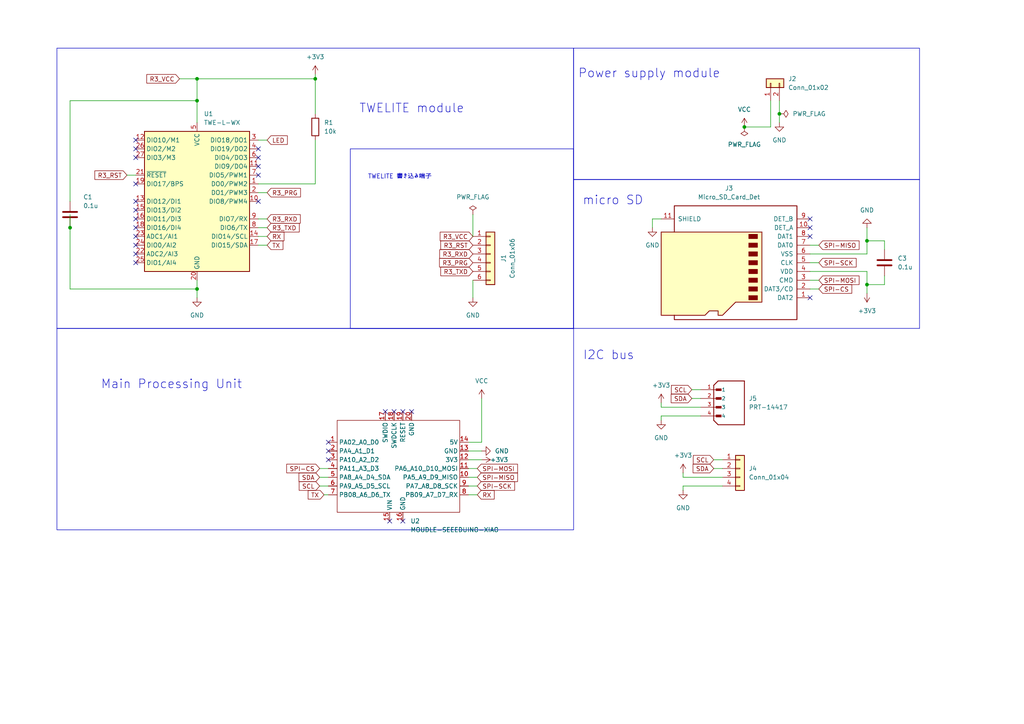
<source format=kicad_sch>
(kicad_sch (version 20231120) (generator "eeschema") (generator_version "8.0")
  (paper "A4")
  (title_block (title "MainBoard") (date "2024-05-04") (rev "Rev1") (company "Meister") (comment 1 "made by elnath & xsuz"))
  (lib_symbols
    (symbol "+3V3_1" (power) (pin_numbers hide) (pin_names (offset 0) hide)
      (property "Value" "+3V3" (at 0 3.556 0))
      (symbol "+3V3_1_0_1"
        (polyline (pts (xy -0.762 1.27) (xy 0 2.54)))
        (polyline (pts (xy 0 0) (xy 0 2.54)))
        (polyline (pts (xy 0 2.54) (xy 0.762 1.27)))
      )
      (symbol "+3V3_1_1_1"
        (pin power_in line (at 0 0 90) (length 0) (name "~") (number "1"))
      )
    )
    (symbol "Connector:Micro_SD_Card_Det" (pin_names (offset 1.016))
      (property "Reference" "J" (at -16.51 17.78 0))
      (property "Value" "Micro_SD_Card_Det" (at 16.51 17.78 0))
      (symbol "Micro_SD_Card_Det_0_1"
        (rectangle (start -7.62 -6.985) (end -5.08 -8.255) (fill (type outline)))
        (rectangle (start -7.62 -4.445) (end -5.08 -5.715) (fill (type outline)))
        (rectangle (start -7.62 -1.905) (end -5.08 -3.175) (fill (type outline)))
        (rectangle (start -7.62 0.635) (end -5.08 -0.635) (fill (type outline)))
        (rectangle (start -7.62 3.175) (end -5.08 1.905) (fill (type outline)))
        (rectangle (start -7.62 5.715) (end -5.08 4.445) (fill (type outline)))
        (rectangle (start -7.62 8.255) (end -5.08 6.985) (fill (type outline)))
        (rectangle (start -7.62 10.795) (end -5.08 9.525) (fill (type outline)))
        (polyline (pts (xy 16.51 15.24) (xy 16.51 16.51) (xy -19.05 16.51) (xy -19.05 -16.51) (xy 16.51 -16.51) (xy 16.51 -8.89)) (stroke (width 0.254)))
        (polyline (pts (xy -8.89 -8.89) (xy -8.89 11.43) (xy -1.27 11.43) (xy 2.54 15.24) (xy 3.81 15.24) (xy 3.81 13.97) (xy 6.35 13.97) (xy 7.62 15.24) (xy 20.32 15.24) (xy 20.32 -8.89) (xy -8.89 -8.89)) (stroke (width 0.254)) (fill (type background)))
      )
      (symbol "Micro_SD_Card_Det_1_1"
        (pin bidirectional line (at -22.86 10.16 0) (length 3.81) (name "DAT2") (number "1"))
        (pin passive line (at -22.86 -10.16 0) (length 3.81) (name "DET_A") (number "10"))
        (pin passive line (at 20.32 -12.7 180) (length 3.81) (name "SHIELD") (number "11"))
        (pin bidirectional line (at -22.86 7.62 0) (length 3.81) (name "DAT3/CD") (number "2"))
        (pin input line (at -22.86 5.08 0) (length 3.81) (name "CMD") (number "3"))
        (pin power_in line (at -22.86 2.54 0) (length 3.81) (name "VDD") (number "4"))
        (pin input line (at -22.86 0 0) (length 3.81) (name "CLK") (number "5"))
        (pin power_in line (at -22.86 -2.54 0) (length 3.81) (name "VSS") (number "6"))
        (pin bidirectional line (at -22.86 -5.08 0) (length 3.81) (name "DAT0") (number "7"))
        (pin bidirectional line (at -22.86 -7.62 0) (length 3.81) (name "DAT1") (number "8"))
        (pin passive line (at -22.86 -12.7 0) (length 3.81) (name "DET_B") (number "9"))
      )
    )
    (symbol "Connector_Generic:Conn_01x02" (pin_names (offset 1.016) hide)
      (property "Reference" "J" (at 0 2.54 0))
      (property "Value" "Conn_01x02" (at 0 -5.08 0))
      (symbol "Conn_01x02_1_1"
        (rectangle (start -1.27 -2.413) (end 0 -2.667) (stroke (width 0.1524)))
        (rectangle (start -1.27 0.127) (end 0 -0.127) (stroke (width 0.1524)))
        (rectangle (start -1.27 1.27) (end 1.27 -3.81) (stroke (width 0.254)) (fill (type background)))
        (pin passive line (at -5.08 0 0) (length 3.81) (name "Pin_1") (number "1"))
        (pin passive line (at -5.08 -2.54 0) (length 3.81) (name "Pin_2") (number "2"))
      )
    )
    (symbol "Connector_Generic:Conn_01x04" (pin_names (offset 1.016) hide)
      (property "Reference" "J" (at 0 5.08 0))
      (property "Value" "Conn_01x04" (at 0 -7.62 0))
      (symbol "Conn_01x04_1_1"
        (rectangle (start -1.27 -4.953) (end 0 -5.207) (stroke (width 0.1524)))
        (rectangle (start -1.27 -2.413) (end 0 -2.667) (stroke (width 0.1524)))
        (rectangle (start -1.27 0.127) (end 0 -0.127) (stroke (width 0.1524)))
        (rectangle (start -1.27 2.667) (end 0 2.413) (stroke (width 0.1524)))
        (rectangle (start -1.27 3.81) (end 1.27 -6.35) (stroke (width 0.254)) (fill (type background)))
        (pin passive line (at -5.08 2.54 0) (length 3.81) (name "Pin_1") (number "1"))
        (pin passive line (at -5.08 0 0) (length 3.81) (name "Pin_2") (number "2"))
        (pin passive line (at -5.08 -2.54 0) (length 3.81) (name "Pin_3") (number "3"))
        (pin passive line (at -5.08 -5.08 0) (length 3.81) (name "Pin_4") (number "4"))
      )
    )
    (symbol "Connector_Generic:Conn_01x06" (pin_names (offset 1.016) hide)
      (property "Reference" "J" (at 0 7.62 0))
      (property "Value" "Conn_01x06" (at 0 -10.16 0))
      (symbol "Conn_01x06_1_1"
        (rectangle (start -1.27 -7.493) (end 0 -7.747) (stroke (width 0.1524)))
        (rectangle (start -1.27 -4.953) (end 0 -5.207) (stroke (width 0.1524)))
        (rectangle (start -1.27 -2.413) (end 0 -2.667) (stroke (width 0.1524)))
        (rectangle (start -1.27 0.127) (end 0 -0.127) (stroke (width 0.1524)))
        (rectangle (start -1.27 2.667) (end 0 2.413) (stroke (width 0.1524)))
        (rectangle (start -1.27 5.207) (end 0 4.953) (stroke (width 0.1524)))
        (rectangle (start -1.27 6.35) (end 1.27 -8.89) (stroke (width 0.254)) (fill (type background)))
        (pin passive line (at -5.08 5.08 0) (length 3.81) (name "Pin_1") (number "1"))
        (pin passive line (at -5.08 2.54 0) (length 3.81) (name "Pin_2") (number "2"))
        (pin passive line (at -5.08 0 0) (length 3.81) (name "Pin_3") (number "3"))
        (pin passive line (at -5.08 -2.54 0) (length 3.81) (name "Pin_4") (number "4"))
        (pin passive line (at -5.08 -5.08 0) (length 3.81) (name "Pin_5") (number "5"))
        (pin passive line (at -5.08 -7.62 0) (length 3.81) (name "Pin_6") (number "6"))
      )
    )
    (symbol "Device:C" (pin_numbers hide) (pin_names (offset 0.254))
      (property "Reference" "C" (at 0.635 2.54 0))
      (property "Value" "C" (at 0.635 -2.54 0))
      (symbol "C_0_1"
        (polyline (pts (xy -2.032 -0.762) (xy 2.032 -0.762)) (stroke (width 0.508)))
        (polyline (pts (xy -2.032 0.762) (xy 2.032 0.762)) (stroke (width 0.508)))
      )
      (symbol "C_1_1"
        (pin passive line (at 0 3.81 270) (length 2.794) (name "~") (number "1"))
        (pin passive line (at 0 -3.81 90) (length 2.794) (name "~") (number "2"))
      )
    )
    (symbol "Device:R" (pin_numbers hide) (pin_names (offset 0))
      (property "Reference" "R" (at 2.032 0 90))
      (property "Value" "R" (at 0 0 90))
      (symbol "R_0_1"
        (rectangle (start -1.016 -2.54) (end 1.016 2.54) (stroke (width 0.254)))
      )
      (symbol "R_1_1"
        (pin passive line (at 0 3.81 270) (length 1.27) (name "~") (number "1"))
        (pin passive line (at 0 -3.81 90) (length 1.27) (name "~") (number "2"))
      )
    )
    (symbol "GND_1" (power) (pin_numbers hide) (pin_names (offset 0) hide)
      (property "Value" "GND" (at 0 -3.81 0))
      (symbol "GND_1_0_1"
        (polyline (pts (xy 0 0) (xy 0 -1.27) (xy 1.27 -1.27) (xy 0 -2.54) (xy -1.27 -1.27) (xy 0 -1.27)))
      )
      (symbol "GND_1_1_1"
        (pin power_in line (at 0 0 270) (length 0) (name "~") (number "1"))
      )
    )
    (symbol "Meister:MOUDLE-SEEEDUINO-XIAO"
      (property "Reference" "U" (at -16.51 11.43 0))
      (property "Value" "MOUDLE-SEEEDUINO-XIAO" (at -31.75 11.43 0))
      (symbol "MOUDLE-SEEEDUINO-XIAO_0_1"
        (rectangle (start -16.51 13.97) (end 19.05 -12.7))
      )
      (symbol "MOUDLE-SEEEDUINO-XIAO_1_1"
        (pin passive line (at -19.05 7.62 0) (length 2.54) (name "PA02_A0_D0") (number "1"))
        (pin passive line (at 21.59 -2.54 180) (length 2.54) (name "PA5_A9_D9_MISO") (number "10"))
        (pin passive line (at 21.59 0 180) (length 2.54) (name "PA6_A10_D10_MOSI") (number "11"))
        (pin passive line (at 21.59 2.54 180) (length 2.54) (name "3V3") (number "12"))
        (pin passive line (at 21.59 5.08 180) (length 2.54) (name "GND") (number "13"))
        (pin passive line (at 21.59 7.62 180) (length 2.54) (name "5V") (number "14"))
        (pin passive line (at -1.27 -15.24 90) (length 2.54) (name "VIN") (number "15"))
        (pin passive line (at 2.54 -15.24 90) (length 2.54) (name "GND") (number "16"))
        (pin passive line (at -2.54 16.51 270) (length 2.54) (name "SWDIO") (number "17"))
        (pin passive line (at 0 16.51 270) (length 2.54) (name "SWDCLK") (number "18"))
        (pin passive line (at 2.54 16.51 270) (length 2.54) (name "RESET") (number "19"))
        (pin passive line (at -19.05 5.08 0) (length 2.54) (name "PA4_A1_D1") (number "2"))
        (pin passive line (at 5.08 16.51 270) (length 2.54) (name "GND") (number "20"))
        (pin passive line (at -19.05 2.54 0) (length 2.54) (name "PA10_A2_D2") (number "3"))
        (pin passive line (at -19.05 0 0) (length 2.54) (name "PA11_A3_D3") (number "4"))
        (pin passive line (at -19.05 -2.54 0) (length 2.54) (name "PA8_A4_D4_SDA") (number "5"))
        (pin passive line (at -19.05 -5.08 0) (length 2.54) (name "PA9_A5_D5_SCL") (number "6"))
        (pin passive line (at -19.05 -7.62 0) (length 2.54) (name "PB08_A6_D6_TX") (number "7"))
        (pin passive line (at 21.59 -7.62 180) (length 2.54) (name "PB09_A7_D7_RX") (number "8"))
        (pin passive line (at 21.59 -5.08 180) (length 2.54) (name "PA7_A8_D8_SCK") (number "9"))
      )
    )
    (symbol "Meister:PRT-14417" (pin_names (offset 1.016))
      (property "Reference" "J" (at -2.54 8.382 0))
      (property "Value" "PRT-14417" (at -2.54 -7.62 0))
      (symbol "PRT-14417_0_0"
        (rectangle (start -3.175 -2.8575) (end -1.5875 -2.2225) (stroke (width 0.1)) (fill (type outline)))
        (rectangle (start -3.175 -0.3175) (end -1.5875 0.3175) (stroke (width 0.1)) (fill (type outline)))
        (rectangle (start -3.175 2.2225) (end -1.5875 2.8575) (stroke (width 0.1)) (fill (type outline)))
        (rectangle (start -3.175 4.7625) (end -1.5875 5.3975) (stroke (width 0.1)) (fill (type outline)))
        (polyline (pts (xy -3.81 -3.81) (xy -2.54 -5.08)) (stroke (width 0.254)))
        (polyline (pts (xy -3.81 6.35) (xy -3.81 -3.81)) (stroke (width 0.254)))
        (polyline (pts (xy -3.81 6.35) (xy -2.54 7.62)) (stroke (width 0.254)))
        (polyline (pts (xy -2.54 -5.08) (xy 5.08 -5.08)) (stroke (width 0.254)))
        (polyline (pts (xy 5.08 -5.08) (xy 5.08 7.62)) (stroke (width 0.254)))
        (polyline (pts (xy 5.08 7.62) (xy -2.54 7.62)) (stroke (width 0.254)))
        (pin passive line (at -7.62 5.08 0) (length 5.08) (name "1") (number "1"))
        (pin passive line (at -7.62 2.54 0) (length 5.08) (name "2") (number "2"))
        (pin passive line (at -7.62 0 0) (length 5.08) (name "3") (number "3"))
        (pin passive line (at -7.62 -2.54 0) (length 5.08) (name "4") (number "4"))
      )
    )
    (symbol "RF_ZigBee:TWE-L-WX"
      (property "Reference" "U" (at -11.43 21.59 0))
      (property "Value" "TWE-L-WX" (at 7.62 21.59 0))
      (symbol "TWE-L-WX_1_0"
        (rectangle (start -15.24 -20.32) (end 15.24 20.32) (stroke (width 0.254)) (fill (type background)))
      )
      (symbol "TWE-L-WX_1_1"
        (pin output line (at 17.78 5.08 180) (length 2.54) (name "DO0/PWM2") (number "1"))
        (pin bidirectional line (at 17.78 0 180) (length 2.54) (name "DIO8/PWM4") (number "10"))
        (pin bidirectional line (at 17.78 10.16 180) (length 2.54) (name "DIO9/DO4") (number "11"))
        (pin bidirectional line (at -17.78 17.78 0) (length 2.54) (name "DIO10/M1") (number "12"))
        (pin bidirectional line (at -17.78 0 0) (length 2.54) (name "DIO12/DI1") (number "13"))
        (pin bidirectional line (at 17.78 -10.16 180) (length 2.54) (name "DIO14/SCL") (number "14"))
        (pin bidirectional line (at -17.78 -2.54 0) (length 2.54) (name "DIO13/DI2") (number "15"))
        (pin bidirectional line (at -17.78 -5.08 0) (length 2.54) (name "DIO11/DI3") (number "16"))
        (pin bidirectional line (at 17.78 -12.7 180) (length 2.54) (name "DIO15/SDA") (number "17"))
        (pin bidirectional line (at -17.78 -7.62 0) (length 2.54) (name "DIO16/DI4") (number "18"))
        (pin bidirectional line (at -17.78 5.08 0) (length 2.54) (name "DIO17/BPS") (number "19"))
        (pin bidirectional line (at 17.78 2.54 180) (length 2.54) (name "DO1/PWM3") (number "2"))
        (pin power_in line (at 0 -22.86 90) (length 2.54) (name "GND") (number "20"))
        (pin input line (at -17.78 7.62 0) (length 2.54) (name "~{RESET}") (number "21"))
        (pin input line (at -17.78 -15.24 0) (length 2.54) (name "ADC2/AI3") (number "22"))
        (pin input line (at -17.78 -10.16 0) (length 2.54) (name "ADC1/AI1") (number "23"))
        (pin bidirectional line (at -17.78 -12.7 0) (length 2.54) (name "DIO0/AI2") (number "24"))
        (pin bidirectional line (at -17.78 -17.78 0) (length 2.54) (name "DIO1/AI4") (number "25"))
        (pin bidirectional line (at -17.78 15.24 0) (length 2.54) (name "DIO2/M2") (number "26"))
        (pin bidirectional line (at -17.78 12.7 0) (length 2.54) (name "DIO3/M3") (number "27"))
        (pin passive line (at 0 -22.86 90) (length 2.54) hide (name "GND") (number "28"))
        (pin no_connect line (at 15.24 -17.78 180) (length 2.54) hide (name "NC") (number "29"))
        (pin bidirectional line (at 17.78 17.78 180) (length 2.54) (name "DIO18/DO1") (number "3"))
        (pin passive line (at 0 -22.86 90) (length 2.54) hide (name "GND") (number "30"))
        (pin passive line (at 0 -22.86 90) (length 2.54) hide (name "GND") (number "31"))
        (pin passive line (at 0 -22.86 90) (length 2.54) hide (name "GND") (number "32"))
        (pin bidirectional line (at 17.78 15.24 180) (length 2.54) (name "DIO19/DO2") (number "4"))
        (pin power_in line (at 0 22.86 270) (length 2.54) (name "VCC") (number "5"))
        (pin bidirectional line (at 17.78 12.7 180) (length 2.54) (name "DIO4/DO3") (number "6"))
        (pin bidirectional line (at 17.78 7.62 180) (length 2.54) (name "DIO5/PWM1") (number "7"))
        (pin bidirectional line (at 17.78 -7.62 180) (length 2.54) (name "DIO6/TX") (number "8"))
        (pin bidirectional line (at 17.78 -5.08 180) (length 2.54) (name "DIO7/RX") (number "9"))
      )
    )
    (symbol "power:+3.3V" (power) (pin_names (offset 0))
      (property "Value" "+3.3V" (at 0 3.556 0))
      (symbol "+3.3V_0_1"
        (polyline (pts (xy -0.762 1.27) (xy 0 2.54)))
        (polyline (pts (xy 0 0) (xy 0 2.54)))
        (polyline (pts (xy 0 2.54) (xy 0.762 1.27)))
      )
      (symbol "+3.3V_1_1"
        (pin power_in line (at 0 0 90) (length 0) hide (name "+3V3") (number "1"))
      )
    )
    (symbol "power:+3V3" (power) (pin_names (offset 0))
      (property "Value" "+3V3" (at 0 3.556 0))
      (symbol "+3V3_0_1"
        (polyline (pts (xy -0.762 1.27) (xy 0 2.54)))
        (polyline (pts (xy 0 0) (xy 0 2.54)))
        (polyline (pts (xy 0 2.54) (xy 0.762 1.27)))
      )
      (symbol "+3V3_1_1"
        (pin power_in line (at 0 0 90) (length 0) hide (name "+3V3") (number "1"))
      )
    )
    (symbol "power:GND" (power) (pin_names (offset 0))
      (property "Value" "GND" (at 0 -3.81 0))
      (symbol "GND_0_1"
        (polyline (pts (xy 0 0) (xy 0 -1.27) (xy 1.27 -1.27) (xy 0 -2.54) (xy -1.27 -1.27) (xy 0 -1.27)))
      )
      (symbol "GND_1_1"
        (pin power_in line (at 0 0 270) (length 0) hide (name "GND") (number "1"))
      )
    )
    (symbol "power:PWR_FLAG" (power) (pin_numbers hide) (pin_names (offset 0) hide)
      (property "Value" "PWR_FLAG" (at 0 3.81 0))
      (symbol "PWR_FLAG_0_0"
        (pin power_out line (at 0 0 90) (length 0) (name "pwr") (number "1"))
      )
      (symbol "PWR_FLAG_0_1"
        (polyline (pts (xy 0 0) (xy 0 1.27) (xy -1.016 1.905) (xy 0 2.54) (xy 1.016 1.905) (xy 0 1.27)))
      )
    )
    (symbol "power:VCC" (power) (pin_names (offset 0))
      (property "Value" "VCC" (at 0 3.81 0))
      (symbol "VCC_0_1"
        (polyline (pts (xy -0.762 1.27) (xy 0 2.54)))
        (polyline (pts (xy 0 0) (xy 0 2.54)))
        (polyline (pts (xy 0 2.54) (xy 0.762 1.27)))
      )
      (symbol "VCC_1_1"
        (pin power_in line (at 0 0 90) (length 0) hide (name "VCC") (number "1"))
      )
    )
  )
  (junction (at 215.9 36.83))
  (junction (at 91.44 22.86))
  (junction (at 57.15 29.21))
  (junction (at 251.46 82.55))
  (junction (at 57.15 22.86))
  (junction (at 20.32 66.04))
  (junction (at 251.46 69.85))
  (junction (at 226.06 33.02))
  (junction (at 57.15 83.82))
  (no_connect (at 39.37 68.58))
  (no_connect (at 116.84 119.38))
  (no_connect (at 39.37 43.18))
  (no_connect (at 95.25 128.27))
  (no_connect (at 234.95 68.58))
  (no_connect (at 74.93 45.72))
  (no_connect (at 74.93 43.18))
  (no_connect (at 74.93 58.42))
  (no_connect (at 113.03 151.13))
  (no_connect (at 119.38 119.38))
  (no_connect (at 39.37 40.64))
  (no_connect (at 114.3 119.38))
  (no_connect (at 234.95 86.36))
  (no_connect (at 39.37 76.2))
  (no_connect (at 95.25 133.35))
  (no_connect (at 39.37 58.42))
  (no_connect (at 39.37 53.34))
  (no_connect (at 95.25 130.81))
  (no_connect (at 39.37 45.72))
  (no_connect (at 39.37 71.12))
  (no_connect (at 39.37 60.96))
  (no_connect (at 116.84 151.13))
  (no_connect (at 234.95 63.5))
  (no_connect (at 74.93 48.26))
  (no_connect (at 39.37 63.5))
  (no_connect (at 234.95 66.04))
  (no_connect (at 39.37 73.66))
  (no_connect (at 74.93 50.8))
  (no_connect (at 111.76 119.38))
  (no_connect (at 39.37 66.04))
  (wire (pts (xy 57.15 86.36) (xy 57.15 83.82)))
  (wire (pts (xy 74.93 63.5) (xy 77.47 63.5)))
  (wire (pts (xy 198.12 140.97) (xy 209.55 140.97)))
  (wire (pts (xy 207.01 133.35) (xy 209.55 133.35)))
  (wire (pts (xy 198.12 138.43) (xy 209.55 138.43)))
  (wire (pts (xy 139.7 130.81) (xy 135.89 130.81)))
  (wire (pts (xy 251.46 82.55) (xy 251.46 78.74)))
  (wire (pts (xy 135.89 135.89) (xy 138.43 135.89)))
  (wire (pts (xy 251.46 66.04) (xy 251.46 69.85)))
  (wire (pts (xy 74.93 71.12) (xy 77.47 71.12)))
  (wire (pts (xy 36.83 50.8) (xy 39.37 50.8)))
  (wire (pts (xy 20.32 83.82) (xy 57.15 83.82)))
  (wire (pts (xy 234.95 73.66) (xy 251.46 73.66)))
  (wire (pts (xy 256.54 69.85) (xy 251.46 69.85)))
  (wire (pts (xy 189.23 66.04) (xy 189.23 63.5)))
  (wire (pts (xy 20.32 62.23) (xy 20.32 66.04)))
  (wire (pts (xy 251.46 82.55) (xy 256.54 82.55)))
  (wire (pts (xy 256.54 69.85) (xy 256.54 72.39)))
  (wire (pts (xy 74.93 40.64) (xy 77.47 40.64)))
  (wire (pts (xy 234.95 83.82) (xy 237.49 83.82)))
  (wire (pts (xy 191.77 120.65) (xy 203.2 120.65)))
  (wire (pts (xy 92.71 138.43) (xy 95.25 138.43)))
  (wire (pts (xy 189.23 63.5) (xy 191.77 63.5)))
  (wire (pts (xy 74.93 66.04) (xy 77.47 66.04)))
  (wire (pts (xy 200.66 113.03) (xy 203.2 113.03)))
  (wire (pts (xy 234.95 71.12) (xy 237.49 71.12)))
  (wire (pts (xy 57.15 22.86) (xy 91.44 22.86)))
  (wire (pts (xy 251.46 85.09) (xy 251.46 82.55)))
  (wire (pts (xy 91.44 21.59) (xy 91.44 22.86)))
  (polyline (pts (xy 166.37 52.07) (xy 166.37 95.25)))
  (wire (pts (xy 223.52 29.21) (xy 223.52 36.83)))
  (wire (pts (xy 226.06 29.21) (xy 226.06 33.02)))
  (wire (pts (xy 223.52 36.83) (xy 215.9 36.83)))
  (wire (pts (xy 74.93 53.34) (xy 91.44 53.34)))
  (wire (pts (xy 92.71 135.89) (xy 95.25 135.89)))
  (wire (pts (xy 93.98 143.51) (xy 95.25 143.51)))
  (wire (pts (xy 234.95 81.28) (xy 237.49 81.28)))
  (wire (pts (xy 139.7 128.27) (xy 139.7 115.57)))
  (polyline (pts (xy 266.7 52.07) (xy 166.37 52.07)))
  (wire (pts (xy 74.93 55.88) (xy 77.47 55.88)))
  (wire (pts (xy 191.77 116.84) (xy 191.77 118.11)))
  (wire (pts (xy 234.95 76.2) (xy 237.49 76.2)))
  (wire (pts (xy 198.12 137.16) (xy 198.12 138.43)))
  (wire (pts (xy 91.44 53.34) (xy 91.44 40.64)))
  (wire (pts (xy 52.07 22.86) (xy 57.15 22.86)))
  (wire (pts (xy 57.15 22.86) (xy 57.15 29.21)))
  (wire (pts (xy 92.71 140.97) (xy 95.25 140.97)))
  (wire (pts (xy 135.89 138.43) (xy 138.43 138.43)))
  (wire (pts (xy 191.77 121.92) (xy 191.77 120.65)))
  (wire (pts (xy 256.54 82.55) (xy 256.54 80.01)))
  (wire (pts (xy 20.32 29.21) (xy 57.15 29.21)))
  (wire (pts (xy 234.95 78.74) (xy 251.46 78.74)))
  (wire (pts (xy 137.16 68.58) (xy 137.16 62.23)))
  (polyline (pts (xy 266.7 95.25) (xy 266.7 52.07)))
  (wire (pts (xy 57.15 29.21) (xy 57.15 35.56)))
  (wire (pts (xy 135.89 140.97) (xy 138.43 140.97)))
  (wire (pts (xy 57.15 83.82) (xy 57.15 81.28)))
  (wire (pts (xy 135.89 143.51) (xy 138.43 143.51)))
  (wire (pts (xy 191.77 118.11) (xy 203.2 118.11)))
  (wire (pts (xy 137.16 81.28) (xy 137.16 86.36)))
  (wire (pts (xy 91.44 22.86) (xy 91.44 33.02)))
  (wire (pts (xy 74.93 68.58) (xy 77.47 68.58)))
  (wire (pts (xy 200.66 115.57) (xy 203.2 115.57)))
  (wire (pts (xy 20.32 66.04) (xy 20.32 83.82)))
  (wire (pts (xy 20.32 29.21) (xy 20.32 58.42)))
  (wire (pts (xy 207.01 135.89) (xy 209.55 135.89)))
  (wire (pts (xy 251.46 69.85) (xy 251.46 73.66)))
  (wire (pts (xy 135.89 133.35) (xy 139.7 133.35)))
  (polyline (pts (xy 166.37 95.25) (xy 266.7 95.25)))
  (wire (pts (xy 135.89 128.27) (xy 139.7 128.27)))
  (wire (pts (xy 198.12 142.24) (xy 198.12 140.97)))
  (wire (pts (xy 226.06 33.02) (xy 226.06 35.56)))
  (rectangle (start 16.51 13.97) (end 166.37 95.25))
  (rectangle (start 16.51 95.25) (end 166.37 153.67))
  (rectangle (start 166.37 13.97) (end 266.7 52.07))
  (rectangle (start 101.6 43.18) (end 166.37 95.25))
  (text "TWELITE module" (at 104.14 33.02 0) (effects (font (size 2.54 2.54)) (justify left bottom)))
  (text "I2C bus" (at 176.53 103.124 0) (effects (font (size 2.54 2.54))))
  (text "micro SD" (at 168.91 59.69 0) (effects (font (size 2.54 2.54)) (justify left bottom)))
  (text "Power supply module" (at 167.64 22.86 0) (effects (font (size 2.54 2.54)) (justify left bottom)))
  (text "TWELITE 書き込み端子" (at 106.68 52.07 0) (effects (font (size 1.27 1.27)) (justify left bottom)))
  (text "Main Processing Unit" (at 29.21 113.03 0) (effects (font (size 2.54 2.54)) (justify left bottom)))
  (global_label "SDA" (shape input) (at 207.01 135.89 180) (property "Intersheetrefs" "${INTERSHEET_REFS}" (effects (hide yes))))
  (global_label "SPI-SCK" (shape input) (at 237.49 76.2 0) (property "Intersheetrefs" "${INTERSHEET_REFS}" (effects (hide yes))))
  (global_label "SPI-MISO" (shape input) (at 138.43 138.43 0) (property "Intersheetrefs" "${INTERSHEET_REFS}" (effects (hide yes))))
  (global_label "R3_VCC" (shape input) (at 137.16 68.58 180) (property "Intersheetrefs" "${INTERSHEET_REFS}" (effects (hide yes))))
  (global_label "R3_PRG" (shape input) (at 77.47 55.88 0) (property "Intersheetrefs" "${INTERSHEET_REFS}" (effects (hide yes))))
  (global_label "SPI-SCK" (shape input) (at 138.43 140.97 0) (property "Intersheetrefs" "${INTERSHEET_REFS}" (effects (hide yes))))
  (global_label "LED" (shape input) (at 77.47 40.64 0) (property "Intersheetrefs" "${INTERSHEET_REFS}" (effects (hide yes))))
  (global_label "SPI-CS" (shape input) (at 237.49 83.82 0) (property "Intersheetrefs" "${INTERSHEET_REFS}" (effects (hide yes))))
  (global_label "RX" (shape input) (at 77.47 68.58 0) (property "Intersheetrefs" "${INTERSHEET_REFS}" (effects (hide yes))))
  (global_label "R3_RST" (shape input) (at 137.16 71.12 180) (property "Intersheetrefs" "${INTERSHEET_REFS}" (effects (hide yes))))
  (global_label "SPI-CS" (shape input) (at 92.71 135.89 180) (property "Intersheetrefs" "${INTERSHEET_REFS}" (effects (hide yes))))
  (global_label "TX" (shape input) (at 93.98 143.51 180) (property "Intersheetrefs" "${INTERSHEET_REFS}" (effects (hide yes))))
  (global_label "R3_PRG" (shape input) (at 137.16 76.2 180) (property "Intersheetrefs" "${INTERSHEET_REFS}" (effects (hide yes))))
  (global_label "SCL" (shape input) (at 207.01 133.35 180) (property "Intersheetrefs" "${INTERSHEET_REFS}" (effects (hide yes))))
  (global_label "SDA" (shape input) (at 92.71 138.43 180) (property "Intersheetrefs" "${INTERSHEET_REFS}" (effects (hide yes))))
  (global_label "SDA" (shape input) (at 200.66 115.57 180) (property "Intersheetrefs" "${INTERSHEET_REFS}" (effects (hide yes))))
  (global_label "RX" (shape input) (at 138.43 143.51 0) (property "Intersheetrefs" "${INTERSHEET_REFS}" (effects (hide yes))))
  (global_label "SPI-MOSI" (shape input) (at 138.43 135.89 0) (property "Intersheetrefs" "${INTERSHEET_REFS}" (effects (hide yes))))
  (global_label "SPI-MOSI" (shape input) (at 237.49 81.28 0) (property "Intersheetrefs" "${INTERSHEET_REFS}" (effects (hide yes))))
  (global_label "R3_TXD" (shape input) (at 137.16 78.74 180) (property "Intersheetrefs" "${INTERSHEET_REFS}" (effects (hide yes))))
  (global_label "SCL" (shape input) (at 200.66 113.03 180) (property "Intersheetrefs" "${INTERSHEET_REFS}" (effects (hide yes))))
  (global_label "R3_VCC" (shape input) (at 52.07 22.86 180) (property "Intersheetrefs" "${INTERSHEET_REFS}" (effects (hide yes))))
  (global_label "R3_RXD" (shape input) (at 77.47 63.5 0) (property "Intersheetrefs" "${INTERSHEET_REFS}" (effects (hide yes))))
  (global_label "SPI-MISO" (shape input) (at 237.49 71.12 0) (property "Intersheetrefs" "${INTERSHEET_REFS}" (effects (hide yes))))
  (global_label "R3_RXD" (shape input) (at 137.16 73.66 180) (property "Intersheetrefs" "${INTERSHEET_REFS}" (effects (hide yes))))
  (global_label "SCL" (shape input) (at 92.71 140.97 180) (property "Intersheetrefs" "${INTERSHEET_REFS}" (effects (hide yes))))
  (global_label "R3_TXD" (shape input) (at 77.47 66.04 0) (property "Intersheetrefs" "${INTERSHEET_REFS}" (effects (hide yes))))
  (global_label "TX" (shape input) (at 77.47 71.12 0) (property "Intersheetrefs" "${INTERSHEET_REFS}" (effects (hide yes))))
  (global_label "R3_RST" (shape input) (at 36.83 50.8 180) (property "Intersheetrefs" "${INTERSHEET_REFS}" (effects (hide yes))))
  (symbol (lib_id "Meister:PRT-14417") (at 210.82 118.11 0) (unit 1)
    (property "Reference" "J5" (at 217.17 115.5699 0) (effects (justify left)))
    (property "Value" "PRT-14417" (at 217.17 118.1099 0) (effects (justify left)))
    (property "Footprint" "Meister:SPARKFUN_PRT-14417" (effects (hide yes)))
    (property "Description" "Qwiic Connector" (effects (hide yes)))
    (property "MF" "SparkFun Electronics" (effects (hide yes)))
    (property "MAXIMUM_PACKAGE_HEIGHT" "2.9 mm" (effects (hide yes)))
    (property "Package" "None" (effects (hide yes)))
    (property "Price" "None" (effects (hide yes)))
    (property "Check_prices" "https://www.snapeda.com/parts/PRT-14417/SparkFun+Electronics/view-part/?ref=eda" (effects (hide yes)))
    (property "STANDARD" "Manufacturer Recommendations" (effects (hide yes)))
    (property "PARTREV" "NA" (effects (hide yes)))
    (property "SnapEDA_Link" "https://www.snapeda.com/parts/PRT-14417/SparkFun+Electronics/view-part/?ref=snap" (effects (hide yes)))
    (property "MP" "PRT-14417" (effects (hide yes)))
    (property "Purchase-URL" "https://www.snapeda.com/api/url_track_click_mouser/?unipart_id=2758166&manufacturer=SparkFun Electronics&part_name=PRT-14417&search_term=None" (effects (hide yes)))
    (property "Description_1" "\nQWIIC JST CONNECTOR - SMD 4-PIN\n" (effects (hide yes)))
    (property "Availability" "In Stock" (effects (hide yes)))
    (property "MANUFACTURER" "SparkFun Electronics" (effects (hide yes)))
  )
  (symbol (lib_id "power:GND") (at 57.15 86.36 0) (unit 1)
    (property "Reference" "#PWR02" (effects (hide yes)))
    (property "Value" "GND" (at 57.15 91.44 0))
  )
  (symbol (lib_id "Device:C") (at 20.32 62.23 0) (unit 1)
    (property "Reference" "C1" (at 24.13 57.15 0) (effects (justify left)))
    (property "Value" "0.1u" (at 24.13 59.69 0) (effects (justify left)))
    (property "Footprint" "Capacitor_SMD:C_0603_1608Metric_Pad1.08x0.95mm_HandSolder" (effects (hide yes)))
  )
  (symbol (lib_id "Connector_Generic:Conn_01x04") (at 214.63 135.89 0) (unit 1)
    (property "Reference" "J4" (at 217.17 135.8899 0) (effects (justify left)))
    (property "Value" "Conn_01x04" (at 217.17 138.4299 0) (effects (justify left)))
    (property "Footprint" "Connector:NS-Tech_Grove_1x04_P2mm_Vertical" (effects (hide yes)))
    (property "Description" "Generic connector, single row, 01x04, script generated (kicad-library-utils/schlib/autogen/connector/)" (effects (hide yes)))
  )
  (symbol (lib_name "+3V3_1") (lib_id "power:+3V3") (at 191.77 116.84 0) (unit 1)
    (property "Reference" "#PWR014" (effects (hide yes)))
    (property "Value" "+3V3" (at 191.77 111.76 0))
    (property "Description" "Power symbol creates a global label with name \"+3V3\"" (effects (hide yes)))
  )
  (symbol (lib_id "power:GND") (at 139.7 130.81 90) (unit 1)
    (property "Reference" "#PWR07" (effects (hide yes)))
    (property "Value" "GND" (at 143.51 130.8099 90) (effects (justify right)))
  )
  (symbol (lib_name "GND_1") (lib_id "power:GND") (at 191.77 121.92 0) (unit 1)
    (property "Reference" "#PWR015" (effects (hide yes)))
    (property "Value" "GND" (at 191.77 127 0))
    (property "Description" "Power symbol creates a global label with name \"GND\" , ground" (effects (hide yes)))
  )
  (symbol (lib_id "RF_ZigBee:TWE-L-WX") (at 57.15 58.42 0) (unit 1)
    (property "Reference" "U1" (at 59.1059 33.02 0) (effects (justify left)))
    (property "Value" "TWE-L-WX" (at 59.1059 35.56 0) (effects (justify left)))
    (property "Footprint" "RF_Module:MonoWireless_TWE-L-WX" (effects (hide yes)))
    (property "Datasheet" "https://www.mono-wireless.com/jp/products/TWE-LITE/MW-PDS-TWELITE-JP.pdf" (effects (hide yes)))
  )
  (symbol (lib_id "power:PWR_FLAG") (at 226.06 33.02 270) (unit 1)
    (property "Reference" "#FLG03" (effects (hide yes)))
    (property "Value" "PWR_FLAG" (at 229.87 33.02 90) (effects (justify left)))
  )
  (symbol (lib_id "power:+3.3V") (at 251.46 85.09 180) (unit 1)
    (property "Reference" "#PWR011" (effects (hide yes)))
    (property "Value" "+3V3" (at 251.46 90.17 0))
  )
  (symbol (lib_id "power:PWR_FLAG") (at 215.9 36.83 180) (unit 1)
    (property "Reference" "#FLG02" (effects (hide yes)))
    (property "Value" "PWR_FLAG" (at 215.9 41.91 0))
  )
  (symbol (lib_id "power:GND") (at 226.06 35.56 0) (unit 1)
    (property "Reference" "#PWR05" (effects (hide yes)))
    (property "Value" "GND" (at 226.06 40.64 0))
  )
  (symbol (lib_id "Connector:Micro_SD_Card_Det") (at 212.09 76.2 180) (unit 1)
    (property "Reference" "J3" (at 211.455 54.61 0))
    (property "Value" "Micro_SD_Card_Det" (at 211.455 57.15 0))
    (property "Footprint" "Connector_Card:microSD_HC_Hirose_DM3AT-SF-PEJM5" (effects (hide yes)))
    (property "Datasheet" "https://www.hirose.com/product/en/download_file/key_name/DM3/category/Catalog/doc_file_id/49662/?file_category_id=4&item_id=195&is_series=1" (effects (hide yes)))
  )
  (symbol (lib_id "power:VCC") (at 139.7 115.57 0) (unit 1)
    (property "Reference" "#PWR06" (effects (hide yes)))
    (property "Value" "VCC" (at 139.7 110.49 0))
  )
  (symbol (lib_id "Device:R") (at 91.44 36.83 0) (unit 1)
    (property "Reference" "R1" (at 93.98 35.56 0) (effects (justify left)))
    (property "Value" "10k" (at 93.98 38.1 0) (effects (justify left)))
    (property "Footprint" "Resistor_SMD:R_0603_1608Metric_Pad0.98x0.95mm_HandSolder" (effects (hide yes)))
  )
  (symbol (lib_id "power:VCC") (at 215.9 36.83 0) (unit 1)
    (property "Reference" "#PWR04" (effects (hide yes)))
    (property "Value" "VCC" (at 215.9 31.75 0))
  )
  (symbol (lib_id "Meister:MOUDLE-SEEEDUINO-XIAO") (at 114.3 135.89 0) (unit 1)
    (property "Reference" "U2" (at 119.0341 151.13 0) (effects (justify left)))
    (property "Value" "MOUDLE-SEEEDUINO-XIAO" (at 119.0341 153.67 0) (effects (justify left)))
    (property "Footprint" "Meister:Seeeduino XIAO-MOUDLE14P-2.54-21X17.8MM" (effects (hide yes)))
  )
  (symbol (lib_id "power:+3V3") (at 139.7 133.35 270) (unit 1)
    (property "Reference" "#PWR08" (effects (hide yes)))
    (property "Value" "+3V3" (at 144.78 133.35 90))
  )
  (symbol (lib_id "power:+3V3") (at 91.44 21.59 0) (unit 1)
    (property "Reference" "#PWR03" (effects (hide yes)))
    (property "Value" "+3V3" (at 91.44 16.51 0))
  )
  (symbol (lib_id "power:PWR_FLAG") (at 137.16 62.23 0) (unit 1)
    (property "Reference" "#FLG01" (effects (hide yes)))
    (property "Value" "PWR_FLAG" (at 137.16 57.15 0))
  )
  (symbol (lib_id "Connector_Generic:Conn_01x02") (at 223.52 24.13 90) (unit 1)
    (property "Reference" "J2" (at 228.6 22.86 90) (effects (justify right)))
    (property "Value" "Conn_01x02" (at 228.6 25.4 90) (effects (justify right)))
    (property "Footprint" "Connector_JST:JST_PH_B2B-PH-K_1x02_P2.00mm_Vertical" (effects (hide yes)))
  )
  (symbol (lib_id "Device:C") (at 256.54 76.2 0) (unit 1)
    (property "Reference" "C3" (at 260.35 74.9299 0) (effects (justify left)))
    (property "Value" "0.1u" (at 260.35 77.4699 0) (effects (justify left)))
    (property "Footprint" "Capacitor_SMD:C_0603_1608Metric_Pad1.08x0.95mm_HandSolder" (effects (hide yes)))
  )
  (symbol (lib_id "power:GND") (at 137.16 86.36 0) (unit 1)
    (property "Reference" "#PWR01" (effects (hide yes)))
    (property "Value" "GND" (at 137.16 91.44 0))
  )
  (symbol (lib_id "power:GND") (at 189.23 66.04 0) (unit 1)
    (property "Reference" "#PWR09" (effects (hide yes)))
    (property "Value" "GND" (at 189.23 71.12 0))
  )
  (symbol (lib_name "+3V3_1") (lib_id "power:+3V3") (at 198.12 137.16 0) (unit 1)
    (property "Reference" "#PWR012" (effects (hide yes)))
    (property "Value" "+3V3" (at 198.12 132.08 0))
    (property "Description" "Power symbol creates a global label with name \"+3V3\"" (effects (hide yes)))
  )
  (symbol (lib_name "GND_1") (lib_id "power:GND") (at 198.12 142.24 0) (unit 1)
    (property "Reference" "#PWR013" (effects (hide yes)))
    (property "Value" "GND" (at 198.12 147.32 0))
    (property "Description" "Power symbol creates a global label with name \"GND\" , ground" (effects (hide yes)))
  )
  (symbol (lib_id "Connector_Generic:Conn_01x06") (at 142.24 73.66 0) (unit 1)
    (property "Reference" "J1" (at 146.05 74.93 90))
    (property "Value" "Conn_01x06" (at 148.59 74.93 90))
    (property "Footprint" "Connector_PinSocket_2.54mm:PinSocket_1x06_P2.54mm_Vertical" (effects (hide yes)))
  )
  (symbol (lib_id "power:GND") (at 251.46 66.04 180) (unit 1)
    (property "Reference" "#PWR010" (effects (hide yes)))
    (property "Value" "GND" (at 251.46 60.96 0))
  )
)
</source>
